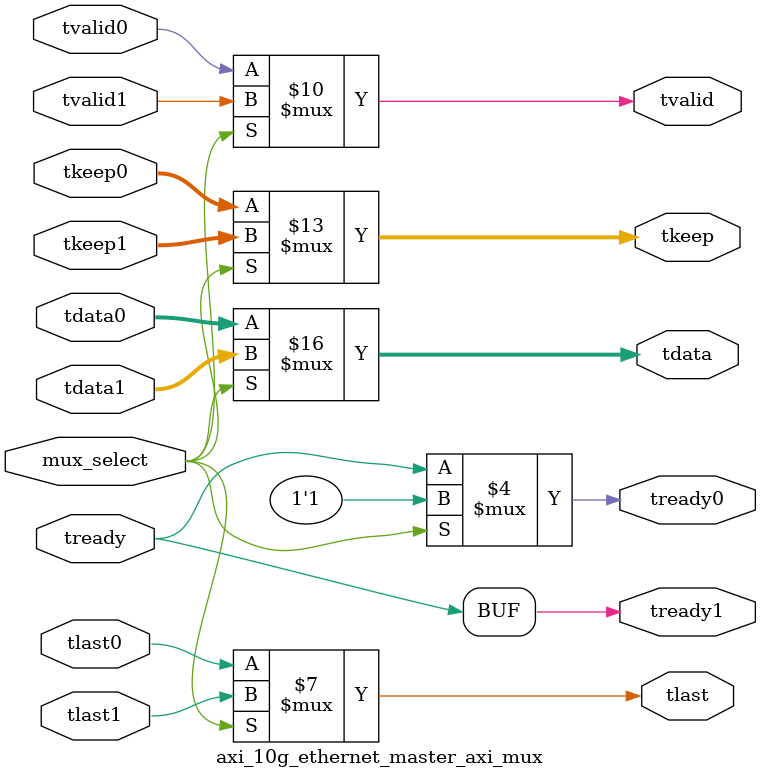
<source format=v>

`timescale 1 ps/1 ps

module axi_10g_ethernet_master_axi_mux (
   input                   mux_select,

   // mux inputs
   input       [63:0]      tdata0,
   input       [7:0]       tkeep0,
   input                   tvalid0,
   input                   tlast0,
   output reg              tready0,

   input       [63:0]      tdata1,
   input       [7:0]       tkeep1,
   input                   tvalid1,
   input                   tlast1,
   output reg              tready1,

   // mux outputs
   output reg  [63:0]      tdata,
   output reg  [7:0]       tkeep,
   output reg              tvalid,
   output reg              tlast,
   input                   tready
);

always @(mux_select or tdata0 or tvalid0 or tlast0 or tdata1 or tkeep0 or tkeep1 or
         tvalid1 or tlast1)
begin
   if (mux_select) begin
      tdata    = tdata1;
      tkeep    = tkeep1;
      tvalid   = tvalid1;
      tlast    = tlast1;
   end
   else begin
      tdata    = tdata0;
      tkeep    = tkeep0;
      tvalid   = tvalid0;
      tlast    = tlast0;
   end
end

always @(mux_select or tready)
begin
   if (mux_select) begin
      tready0  = 1'b1;
   end
   else begin
      tready0  = tready;
   end
   tready1     = tready;
end

endmodule

</source>
